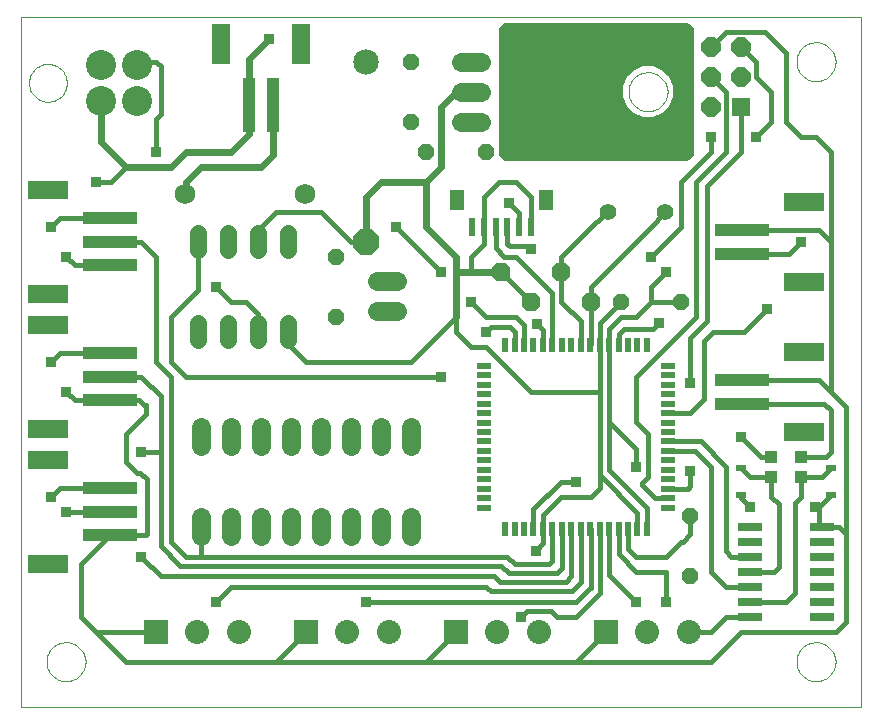
<source format=gtl>
G75*
G70*
%OFA0B0*%
%FSLAX24Y24*%
%IPPOS*%
%LPD*%
%AMOC8*
5,1,8,0,0,1.08239X$1,22.5*
%
%ADD10C,0.0000*%
%ADD11C,0.0560*%
%ADD12OC8,0.0630*%
%ADD13C,0.0680*%
%ADD14R,0.0220X0.0470*%
%ADD15R,0.0470X0.0220*%
%ADD16C,0.0560*%
%ADD17C,0.1000*%
%ADD18C,0.0640*%
%ADD19R,0.0640X0.0640*%
%ADD20OC8,0.0640*%
%ADD21C,0.0850*%
%ADD22OC8,0.0850*%
%ADD23OC8,0.0560*%
%ADD24R,0.0800X0.0800*%
%ADD25C,0.0800*%
%ADD26C,0.0622*%
%ADD27R,0.0800X0.0260*%
%ADD28R,0.0433X0.0394*%
%ADD29R,0.0327X0.0248*%
%ADD30R,0.0394X0.1811*%
%ADD31R,0.0630X0.1339*%
%ADD32R,0.1811X0.0394*%
%ADD33R,0.1339X0.0630*%
%ADD34R,0.0472X0.0709*%
%ADD35R,0.0236X0.0610*%
%ADD36C,0.0160*%
%ADD37R,0.0360X0.0360*%
%ADD38C,0.0240*%
%ADD39C,0.0120*%
D10*
X000101Y000343D02*
X000101Y023343D01*
X028101Y023343D01*
X028101Y000343D01*
X000101Y000343D01*
X000951Y001843D02*
X000953Y001893D01*
X000959Y001943D01*
X000969Y001993D01*
X000982Y002041D01*
X000999Y002089D01*
X001020Y002135D01*
X001044Y002179D01*
X001072Y002221D01*
X001103Y002261D01*
X001137Y002298D01*
X001174Y002333D01*
X001213Y002364D01*
X001254Y002393D01*
X001298Y002418D01*
X001344Y002440D01*
X001391Y002458D01*
X001439Y002472D01*
X001488Y002483D01*
X001538Y002490D01*
X001588Y002493D01*
X001639Y002492D01*
X001689Y002487D01*
X001739Y002478D01*
X001787Y002466D01*
X001835Y002449D01*
X001881Y002429D01*
X001926Y002406D01*
X001969Y002379D01*
X002009Y002349D01*
X002047Y002316D01*
X002082Y002280D01*
X002115Y002241D01*
X002144Y002200D01*
X002170Y002157D01*
X002193Y002112D01*
X002212Y002065D01*
X002227Y002017D01*
X002239Y001968D01*
X002247Y001918D01*
X002251Y001868D01*
X002251Y001818D01*
X002247Y001768D01*
X002239Y001718D01*
X002227Y001669D01*
X002212Y001621D01*
X002193Y001574D01*
X002170Y001529D01*
X002144Y001486D01*
X002115Y001445D01*
X002082Y001406D01*
X002047Y001370D01*
X002009Y001337D01*
X001969Y001307D01*
X001926Y001280D01*
X001881Y001257D01*
X001835Y001237D01*
X001787Y001220D01*
X001739Y001208D01*
X001689Y001199D01*
X001639Y001194D01*
X001588Y001193D01*
X001538Y001196D01*
X001488Y001203D01*
X001439Y001214D01*
X001391Y001228D01*
X001344Y001246D01*
X001298Y001268D01*
X001254Y001293D01*
X001213Y001322D01*
X001174Y001353D01*
X001137Y001388D01*
X001103Y001425D01*
X001072Y001465D01*
X001044Y001507D01*
X001020Y001551D01*
X000999Y001597D01*
X000982Y001645D01*
X000969Y001693D01*
X000959Y001743D01*
X000953Y001793D01*
X000951Y001843D01*
X020351Y020843D02*
X020353Y020893D01*
X020359Y020943D01*
X020369Y020993D01*
X020382Y021041D01*
X020399Y021089D01*
X020420Y021135D01*
X020444Y021179D01*
X020472Y021221D01*
X020503Y021261D01*
X020537Y021298D01*
X020574Y021333D01*
X020613Y021364D01*
X020654Y021393D01*
X020698Y021418D01*
X020744Y021440D01*
X020791Y021458D01*
X020839Y021472D01*
X020888Y021483D01*
X020938Y021490D01*
X020988Y021493D01*
X021039Y021492D01*
X021089Y021487D01*
X021139Y021478D01*
X021187Y021466D01*
X021235Y021449D01*
X021281Y021429D01*
X021326Y021406D01*
X021369Y021379D01*
X021409Y021349D01*
X021447Y021316D01*
X021482Y021280D01*
X021515Y021241D01*
X021544Y021200D01*
X021570Y021157D01*
X021593Y021112D01*
X021612Y021065D01*
X021627Y021017D01*
X021639Y020968D01*
X021647Y020918D01*
X021651Y020868D01*
X021651Y020818D01*
X021647Y020768D01*
X021639Y020718D01*
X021627Y020669D01*
X021612Y020621D01*
X021593Y020574D01*
X021570Y020529D01*
X021544Y020486D01*
X021515Y020445D01*
X021482Y020406D01*
X021447Y020370D01*
X021409Y020337D01*
X021369Y020307D01*
X021326Y020280D01*
X021281Y020257D01*
X021235Y020237D01*
X021187Y020220D01*
X021139Y020208D01*
X021089Y020199D01*
X021039Y020194D01*
X020988Y020193D01*
X020938Y020196D01*
X020888Y020203D01*
X020839Y020214D01*
X020791Y020228D01*
X020744Y020246D01*
X020698Y020268D01*
X020654Y020293D01*
X020613Y020322D01*
X020574Y020353D01*
X020537Y020388D01*
X020503Y020425D01*
X020472Y020465D01*
X020444Y020507D01*
X020420Y020551D01*
X020399Y020597D01*
X020382Y020645D01*
X020369Y020693D01*
X020359Y020743D01*
X020353Y020793D01*
X020351Y020843D01*
X025951Y021843D02*
X025953Y021893D01*
X025959Y021943D01*
X025969Y021993D01*
X025982Y022041D01*
X025999Y022089D01*
X026020Y022135D01*
X026044Y022179D01*
X026072Y022221D01*
X026103Y022261D01*
X026137Y022298D01*
X026174Y022333D01*
X026213Y022364D01*
X026254Y022393D01*
X026298Y022418D01*
X026344Y022440D01*
X026391Y022458D01*
X026439Y022472D01*
X026488Y022483D01*
X026538Y022490D01*
X026588Y022493D01*
X026639Y022492D01*
X026689Y022487D01*
X026739Y022478D01*
X026787Y022466D01*
X026835Y022449D01*
X026881Y022429D01*
X026926Y022406D01*
X026969Y022379D01*
X027009Y022349D01*
X027047Y022316D01*
X027082Y022280D01*
X027115Y022241D01*
X027144Y022200D01*
X027170Y022157D01*
X027193Y022112D01*
X027212Y022065D01*
X027227Y022017D01*
X027239Y021968D01*
X027247Y021918D01*
X027251Y021868D01*
X027251Y021818D01*
X027247Y021768D01*
X027239Y021718D01*
X027227Y021669D01*
X027212Y021621D01*
X027193Y021574D01*
X027170Y021529D01*
X027144Y021486D01*
X027115Y021445D01*
X027082Y021406D01*
X027047Y021370D01*
X027009Y021337D01*
X026969Y021307D01*
X026926Y021280D01*
X026881Y021257D01*
X026835Y021237D01*
X026787Y021220D01*
X026739Y021208D01*
X026689Y021199D01*
X026639Y021194D01*
X026588Y021193D01*
X026538Y021196D01*
X026488Y021203D01*
X026439Y021214D01*
X026391Y021228D01*
X026344Y021246D01*
X026298Y021268D01*
X026254Y021293D01*
X026213Y021322D01*
X026174Y021353D01*
X026137Y021388D01*
X026103Y021425D01*
X026072Y021465D01*
X026044Y021507D01*
X026020Y021551D01*
X025999Y021597D01*
X025982Y021645D01*
X025969Y021693D01*
X025959Y021743D01*
X025953Y021793D01*
X025951Y021843D01*
X025951Y001843D02*
X025953Y001893D01*
X025959Y001943D01*
X025969Y001993D01*
X025982Y002041D01*
X025999Y002089D01*
X026020Y002135D01*
X026044Y002179D01*
X026072Y002221D01*
X026103Y002261D01*
X026137Y002298D01*
X026174Y002333D01*
X026213Y002364D01*
X026254Y002393D01*
X026298Y002418D01*
X026344Y002440D01*
X026391Y002458D01*
X026439Y002472D01*
X026488Y002483D01*
X026538Y002490D01*
X026588Y002493D01*
X026639Y002492D01*
X026689Y002487D01*
X026739Y002478D01*
X026787Y002466D01*
X026835Y002449D01*
X026881Y002429D01*
X026926Y002406D01*
X026969Y002379D01*
X027009Y002349D01*
X027047Y002316D01*
X027082Y002280D01*
X027115Y002241D01*
X027144Y002200D01*
X027170Y002157D01*
X027193Y002112D01*
X027212Y002065D01*
X027227Y002017D01*
X027239Y001968D01*
X027247Y001918D01*
X027251Y001868D01*
X027251Y001818D01*
X027247Y001768D01*
X027239Y001718D01*
X027227Y001669D01*
X027212Y001621D01*
X027193Y001574D01*
X027170Y001529D01*
X027144Y001486D01*
X027115Y001445D01*
X027082Y001406D01*
X027047Y001370D01*
X027009Y001337D01*
X026969Y001307D01*
X026926Y001280D01*
X026881Y001257D01*
X026835Y001237D01*
X026787Y001220D01*
X026739Y001208D01*
X026689Y001199D01*
X026639Y001194D01*
X026588Y001193D01*
X026538Y001196D01*
X026488Y001203D01*
X026439Y001214D01*
X026391Y001228D01*
X026344Y001246D01*
X026298Y001268D01*
X026254Y001293D01*
X026213Y001322D01*
X026174Y001353D01*
X026137Y001388D01*
X026103Y001425D01*
X026072Y001465D01*
X026044Y001507D01*
X026020Y001551D01*
X025999Y001597D01*
X025982Y001645D01*
X025969Y001693D01*
X025959Y001743D01*
X025953Y001793D01*
X025951Y001843D01*
X000368Y021140D02*
X000370Y021190D01*
X000376Y021240D01*
X000386Y021289D01*
X000400Y021337D01*
X000417Y021384D01*
X000438Y021429D01*
X000463Y021473D01*
X000491Y021514D01*
X000523Y021553D01*
X000557Y021590D01*
X000594Y021624D01*
X000634Y021654D01*
X000676Y021681D01*
X000720Y021705D01*
X000766Y021726D01*
X000813Y021742D01*
X000861Y021755D01*
X000911Y021764D01*
X000960Y021769D01*
X001011Y021770D01*
X001061Y021767D01*
X001110Y021760D01*
X001159Y021749D01*
X001207Y021734D01*
X001253Y021716D01*
X001298Y021694D01*
X001341Y021668D01*
X001382Y021639D01*
X001421Y021607D01*
X001457Y021572D01*
X001489Y021534D01*
X001519Y021494D01*
X001546Y021451D01*
X001569Y021407D01*
X001588Y021361D01*
X001604Y021313D01*
X001616Y021264D01*
X001624Y021215D01*
X001628Y021165D01*
X001628Y021115D01*
X001624Y021065D01*
X001616Y021016D01*
X001604Y020967D01*
X001588Y020919D01*
X001569Y020873D01*
X001546Y020829D01*
X001519Y020786D01*
X001489Y020746D01*
X001457Y020708D01*
X001421Y020673D01*
X001382Y020641D01*
X001341Y020612D01*
X001298Y020586D01*
X001253Y020564D01*
X001207Y020546D01*
X001159Y020531D01*
X001110Y020520D01*
X001061Y020513D01*
X001011Y020510D01*
X000960Y020511D01*
X000911Y020516D01*
X000861Y020525D01*
X000813Y020538D01*
X000766Y020554D01*
X000720Y020575D01*
X000676Y020599D01*
X000634Y020626D01*
X000594Y020656D01*
X000557Y020690D01*
X000523Y020727D01*
X000491Y020766D01*
X000463Y020807D01*
X000438Y020851D01*
X000417Y020896D01*
X000400Y020943D01*
X000386Y020991D01*
X000376Y021040D01*
X000370Y021090D01*
X000368Y021140D01*
D11*
X019651Y016843D03*
X021551Y016843D03*
D12*
X019101Y013843D03*
X018101Y014843D03*
X017101Y013843D03*
X016101Y014843D03*
D13*
X009551Y017443D03*
X005551Y017443D03*
D14*
X016239Y012414D03*
X016554Y012414D03*
X016869Y012414D03*
X017183Y012414D03*
X017498Y012414D03*
X017813Y012414D03*
X018128Y012414D03*
X018443Y012414D03*
X018758Y012414D03*
X019073Y012414D03*
X019388Y012414D03*
X019703Y012414D03*
X020018Y012414D03*
X020333Y012414D03*
X020648Y012414D03*
X020963Y012414D03*
X020963Y006272D03*
X020648Y006272D03*
X020333Y006272D03*
X020018Y006272D03*
X019703Y006272D03*
X019388Y006272D03*
X019073Y006272D03*
X018758Y006272D03*
X018443Y006272D03*
X018128Y006272D03*
X017813Y006272D03*
X017498Y006272D03*
X017183Y006272D03*
X016869Y006272D03*
X016554Y006272D03*
X016239Y006272D03*
D15*
X015530Y006980D03*
X015530Y007295D03*
X015530Y007610D03*
X015530Y007925D03*
X015530Y008240D03*
X015530Y008555D03*
X015530Y008870D03*
X015530Y009185D03*
X015530Y009500D03*
X015530Y009815D03*
X015530Y010130D03*
X015530Y010445D03*
X015530Y010760D03*
X015530Y011075D03*
X015530Y011390D03*
X015530Y011705D03*
X021672Y011705D03*
X021672Y011390D03*
X021672Y011075D03*
X021672Y010760D03*
X021672Y010445D03*
X021672Y010130D03*
X021672Y009815D03*
X021672Y009500D03*
X021672Y009185D03*
X021672Y008870D03*
X021672Y008555D03*
X021672Y008240D03*
X021672Y007925D03*
X021672Y007610D03*
X021672Y007295D03*
X021672Y006980D03*
D16*
X009001Y012563D02*
X009001Y013123D01*
X008001Y013123D02*
X008001Y012563D01*
X007001Y012563D02*
X007001Y013123D01*
X006001Y013123D02*
X006001Y012563D01*
X006001Y015563D02*
X006001Y016123D01*
X007001Y016123D02*
X007001Y015563D01*
X008001Y015563D02*
X008001Y016123D01*
X009001Y016123D02*
X009001Y015563D01*
D17*
X003951Y020549D03*
X002770Y020549D03*
X002770Y021730D03*
X003951Y021730D03*
D18*
X011981Y014543D02*
X012621Y014543D01*
X012621Y013543D02*
X011981Y013543D01*
X014781Y019843D02*
X015421Y019843D01*
X015421Y020843D02*
X014781Y020843D01*
X014781Y021843D02*
X015421Y021843D01*
D19*
X024101Y020343D03*
D20*
X023101Y020343D03*
X023101Y021343D03*
X024101Y021343D03*
X024101Y022343D03*
X023101Y022343D03*
D21*
X011601Y021843D03*
D22*
X011601Y015843D03*
D23*
X010601Y015343D03*
X010601Y013343D03*
X013601Y018843D03*
X013101Y019843D03*
X013101Y021843D03*
X015601Y018843D03*
X020101Y013843D03*
X022101Y013843D03*
X022401Y006693D03*
X022401Y004693D03*
D24*
X019601Y002843D03*
X014601Y002843D03*
X009601Y002843D03*
X004601Y002843D03*
D25*
X005979Y002843D03*
X007357Y002843D03*
X010979Y002843D03*
X012357Y002843D03*
X015979Y002843D03*
X017357Y002843D03*
X020979Y002843D03*
X022357Y002843D03*
D26*
X013101Y006032D02*
X013101Y006654D01*
X012101Y006654D02*
X012101Y006032D01*
X011101Y006032D02*
X011101Y006654D01*
X010101Y006654D02*
X010101Y006032D01*
X009101Y006032D02*
X009101Y006654D01*
X008101Y006654D02*
X008101Y006032D01*
X007101Y006032D02*
X007101Y006654D01*
X006101Y006654D02*
X006101Y006032D01*
X006101Y009032D02*
X006101Y009654D01*
X007101Y009654D02*
X007101Y009032D01*
X008101Y009032D02*
X008101Y009654D01*
X009101Y009654D02*
X009101Y009032D01*
X010101Y009032D02*
X010101Y009654D01*
X011101Y009654D02*
X011101Y009032D01*
X012101Y009032D02*
X012101Y009654D01*
X013101Y009654D02*
X013101Y009032D01*
D27*
X024391Y006343D03*
X024391Y005843D03*
X024391Y005343D03*
X024391Y004843D03*
X024391Y004343D03*
X024391Y003843D03*
X024391Y003343D03*
X026811Y003343D03*
X026811Y003843D03*
X026811Y004343D03*
X026811Y004843D03*
X026811Y005343D03*
X026811Y005843D03*
X026811Y006343D03*
D28*
X026101Y008008D03*
X026101Y008677D03*
X025101Y008677D03*
X025101Y008008D03*
D29*
X024101Y008295D03*
X024101Y007390D03*
X027101Y007390D03*
X027101Y008295D03*
D30*
X008494Y020386D03*
X007707Y020386D03*
D31*
X006762Y022433D03*
X009439Y022433D03*
D32*
X003057Y016630D03*
X003057Y015843D03*
X003057Y015055D03*
X003057Y012130D03*
X003057Y011343D03*
X003057Y010555D03*
X003057Y007630D03*
X003057Y006843D03*
X003057Y006055D03*
X024144Y010449D03*
X024144Y011236D03*
X024144Y015449D03*
X024144Y016236D03*
D33*
X026191Y017181D03*
X026191Y014504D03*
X026191Y012181D03*
X026191Y009504D03*
X001010Y009610D03*
X001010Y008575D03*
X001010Y005110D03*
X001010Y013075D03*
X001010Y014110D03*
X001010Y017575D03*
D34*
X014620Y017219D03*
X017613Y017219D03*
D35*
X017101Y016343D03*
X016707Y016343D03*
X016313Y016343D03*
X015920Y016343D03*
X015526Y016343D03*
X015132Y016343D03*
D36*
X015526Y016343D02*
X015526Y017337D01*
X016032Y017843D01*
X016601Y017843D01*
X017101Y017343D01*
X017101Y016343D01*
X016707Y016343D02*
X016707Y016786D01*
X016351Y017143D01*
X016313Y016343D02*
X016313Y015780D01*
X016401Y015693D01*
X017001Y015693D01*
X017101Y015593D01*
X016601Y015343D02*
X016201Y015343D01*
X015920Y015624D01*
X015920Y016343D01*
X015526Y016343D02*
X015526Y015768D01*
X015101Y015343D01*
X015101Y014843D01*
X016101Y014843D02*
X017101Y013843D01*
X016601Y013343D02*
X015601Y013343D01*
X015101Y013843D01*
X014601Y013343D02*
X014601Y012843D01*
X015101Y012343D01*
X015601Y012343D01*
X017101Y010843D01*
X019388Y010843D01*
X019388Y012414D01*
X019388Y013130D01*
X020101Y013843D01*
X020101Y013343D02*
X020601Y013343D01*
X021101Y013843D01*
X021101Y014343D01*
X021601Y014843D01*
X021101Y015343D02*
X022101Y016343D01*
X022101Y017843D01*
X023101Y018843D01*
X023101Y019343D01*
X023601Y018843D02*
X023601Y020843D01*
X023101Y021343D01*
X023101Y022343D02*
X023601Y022843D01*
X024894Y022843D01*
X025601Y022136D01*
X025601Y019843D01*
X026101Y019343D01*
X026601Y019343D01*
X027101Y018843D01*
X027101Y015843D01*
X026707Y016236D01*
X024144Y016236D01*
X024144Y015449D02*
X025707Y015449D01*
X026101Y015843D01*
X027101Y015843D02*
X027101Y010843D01*
X026707Y011236D01*
X024144Y011236D01*
X024144Y010449D02*
X026876Y010449D01*
X027101Y010225D01*
X027101Y008843D01*
X026935Y008677D01*
X026101Y008677D01*
X026101Y008008D02*
X026813Y008008D01*
X027101Y008295D01*
X027101Y007390D02*
X026704Y006993D01*
X026704Y006450D01*
X026811Y006343D01*
X027351Y006343D01*
X027601Y006093D01*
X027601Y010343D01*
X027101Y010843D01*
X025101Y008677D02*
X024766Y008677D01*
X024101Y009343D01*
X024101Y008295D02*
X024388Y008008D01*
X025101Y008008D01*
X025101Y007343D01*
X025351Y007093D01*
X025351Y004993D01*
X025201Y004843D01*
X024391Y004843D01*
X024391Y005343D02*
X023781Y005343D01*
X023601Y005523D01*
X023601Y008343D01*
X022758Y009185D01*
X021672Y009185D01*
X021672Y008870D02*
X022573Y008870D01*
X023101Y008343D01*
X023101Y004843D01*
X023601Y004343D01*
X024391Y004343D01*
X024391Y003843D02*
X025601Y003843D01*
X025901Y004143D01*
X025901Y007143D01*
X026101Y007343D01*
X026101Y008008D01*
X026551Y006993D02*
X026704Y006993D01*
X027601Y006093D02*
X027601Y003163D01*
X027281Y002843D01*
X024101Y002843D01*
X023101Y001843D01*
X018601Y001843D01*
X013601Y001843D01*
X008601Y001843D01*
X003601Y001843D01*
X002601Y002843D01*
X002101Y003343D01*
X002101Y005099D01*
X003057Y006055D01*
X004263Y006055D01*
X004301Y006093D01*
X004301Y007919D01*
X004077Y008143D01*
X003951Y008143D01*
X003601Y008493D01*
X003601Y009443D01*
X004251Y010093D01*
X004251Y010343D01*
X004038Y010555D01*
X003057Y010555D01*
X001888Y010555D01*
X001601Y010843D01*
X001101Y011843D02*
X001388Y012130D01*
X003057Y012130D01*
X003057Y011343D02*
X004101Y011343D01*
X004751Y010693D01*
X004751Y008843D01*
X004101Y008843D01*
X004751Y008843D02*
X004751Y005693D01*
X005401Y005043D01*
X016101Y005043D01*
X016351Y004793D01*
X017951Y004793D01*
X018128Y004970D01*
X018128Y006272D01*
X017813Y006272D02*
X017813Y005205D01*
X017701Y005093D01*
X016551Y005093D01*
X016301Y005343D01*
X006101Y005343D01*
X006101Y006343D01*
X006101Y005343D02*
X005601Y005343D01*
X005101Y005843D01*
X005101Y011343D01*
X004601Y011843D01*
X004601Y015343D01*
X004101Y015843D01*
X003057Y015843D01*
X003057Y016630D02*
X001388Y016630D01*
X001101Y016343D01*
X001601Y015343D02*
X001888Y015055D01*
X003057Y015055D01*
X005101Y013343D02*
X005101Y011843D01*
X005601Y011343D01*
X014101Y011343D01*
X013101Y011843D02*
X014601Y013343D01*
X015601Y012843D02*
X015751Y012993D01*
X016401Y012993D01*
X016554Y012840D01*
X016554Y012414D01*
X016869Y012414D02*
X016869Y013075D01*
X016601Y013343D01*
X017301Y013093D02*
X017498Y012895D01*
X017498Y012414D01*
X017813Y012414D02*
X017813Y014130D01*
X016601Y015343D01*
X018101Y015343D02*
X018101Y014843D01*
X018101Y013843D01*
X018758Y013185D01*
X018758Y012414D01*
X019073Y012414D02*
X019101Y012441D01*
X019101Y013843D01*
X019101Y014343D01*
X021051Y016293D01*
X021551Y016843D01*
X022601Y017843D02*
X023601Y018843D01*
X024101Y018843D02*
X022951Y017693D01*
X022951Y013193D01*
X022401Y012643D01*
X022401Y011143D01*
X022851Y010593D02*
X022851Y012543D01*
X023151Y012843D01*
X024201Y012843D01*
X024951Y013593D01*
X022601Y013343D02*
X022601Y017843D01*
X024101Y018843D02*
X024101Y020343D01*
X024601Y021343D02*
X024601Y021843D01*
X024101Y022343D01*
X024601Y021343D02*
X025101Y020843D01*
X025101Y019843D01*
X024601Y019343D01*
X019651Y016843D02*
X019151Y016393D01*
X018101Y015343D01*
X020101Y013343D02*
X019703Y012945D01*
X019703Y012414D01*
X019703Y009843D01*
X020601Y008945D01*
X020601Y008343D01*
X021001Y007993D02*
X021001Y009443D01*
X020601Y009843D01*
X020601Y011343D01*
X022601Y013343D01*
X022101Y013843D02*
X021101Y013843D01*
X021351Y013143D02*
X021151Y012943D01*
X020201Y012943D01*
X020018Y012760D01*
X020018Y012414D01*
X019388Y010843D02*
X019388Y008055D01*
X019388Y007630D01*
X019101Y007343D01*
X018101Y007343D01*
X017498Y006740D01*
X017498Y006272D01*
X017498Y005790D01*
X017251Y005543D01*
X017183Y006272D02*
X017183Y006925D01*
X018101Y007843D01*
X018601Y007843D01*
X019388Y008055D02*
X020648Y006795D01*
X020648Y006272D01*
X020333Y006272D02*
X020333Y005610D01*
X020601Y005343D01*
X021601Y005343D01*
X022101Y005843D01*
X022151Y005843D01*
X022401Y006093D01*
X022401Y006693D01*
X021672Y007295D02*
X021248Y007295D01*
X020801Y007743D01*
X020801Y007793D01*
X021001Y007993D01*
X021672Y007610D02*
X022319Y007610D01*
X022401Y007693D01*
X022401Y008193D01*
X020963Y006980D02*
X019703Y008240D01*
X019703Y009843D01*
X021672Y010130D02*
X022388Y010130D01*
X022851Y010593D01*
X024101Y007390D02*
X024101Y007293D01*
X024401Y006993D01*
X021601Y004843D02*
X021601Y003843D01*
X020601Y003843D02*
X019703Y004740D01*
X019703Y006272D01*
X019388Y006272D02*
X019388Y004130D01*
X018601Y003343D01*
X017951Y003343D01*
X017751Y003543D01*
X016951Y003543D01*
X016751Y003343D01*
X015751Y004193D02*
X015601Y004343D01*
X007101Y004343D01*
X006601Y003843D01*
X004751Y004693D02*
X004101Y005343D01*
X004751Y004693D02*
X015851Y004693D01*
X016051Y004493D01*
X018251Y004493D01*
X018443Y004685D01*
X018443Y006272D01*
X018758Y006272D02*
X018758Y004500D01*
X018451Y004193D01*
X015751Y004193D01*
X014601Y002843D02*
X013601Y001843D01*
X011601Y003843D02*
X018601Y003843D01*
X019051Y004293D01*
X019101Y004293D01*
X019101Y006272D01*
X019073Y006272D01*
X020018Y006272D02*
X020018Y005425D01*
X020601Y004843D01*
X021601Y004843D01*
X020963Y006272D02*
X020963Y006980D01*
X023601Y003343D02*
X023101Y002843D01*
X022357Y002843D01*
X023601Y003343D02*
X024391Y003343D01*
X019601Y002843D02*
X018601Y001843D01*
X009601Y002843D02*
X008601Y001843D01*
X004601Y002843D02*
X002601Y002843D01*
X003057Y006843D02*
X001601Y006843D01*
X001101Y007343D02*
X001388Y007630D01*
X003057Y007630D01*
X004251Y010343D02*
X004251Y010393D01*
X005101Y013343D02*
X006001Y014243D01*
X006001Y015843D01*
X006601Y014343D02*
X007101Y013843D01*
X007601Y013843D01*
X008001Y013443D01*
X008001Y012843D01*
X009001Y012843D02*
X009001Y012443D01*
X009601Y011843D01*
X013101Y011843D01*
X014101Y014843D02*
X012601Y016343D01*
X011601Y015843D02*
X011101Y015843D01*
X010101Y016843D01*
X008601Y016843D01*
X008101Y016343D01*
X008101Y015943D01*
X008001Y015843D01*
X004601Y018843D02*
X004601Y019943D01*
X004751Y020093D01*
X004751Y021693D01*
X004601Y021843D01*
X004063Y021843D01*
X003951Y021730D01*
X003601Y018343D02*
X003101Y017843D01*
X002601Y017843D01*
D37*
X002601Y017843D03*
X001101Y016343D03*
X001601Y015343D03*
X001101Y011843D03*
X001601Y010843D03*
X004101Y008843D03*
X001601Y006843D03*
X001101Y007343D03*
X004101Y005343D03*
X006601Y003843D03*
X011601Y003843D03*
X016751Y003343D03*
X017251Y005543D03*
X018601Y007843D03*
X020601Y008343D03*
X022401Y008193D03*
X024101Y009343D03*
X022401Y011143D03*
X021351Y013143D03*
X021601Y014843D03*
X021101Y015343D03*
X024951Y013593D03*
X026101Y015843D03*
X024601Y019343D03*
X023101Y019343D03*
X017101Y015593D03*
X016351Y017143D03*
X014101Y014843D03*
X015101Y013843D03*
X015601Y012843D03*
X017301Y013093D03*
X014101Y011343D03*
X012601Y016343D03*
X006601Y014343D03*
X004601Y018843D03*
X008351Y022593D03*
X024401Y006993D03*
X026551Y006993D03*
X021601Y003843D03*
X020601Y003843D03*
D38*
X014601Y013343D02*
X014601Y014843D01*
X014601Y015343D01*
X013601Y016343D01*
X013601Y017843D01*
X014101Y018343D01*
X014101Y020343D01*
X014601Y020843D01*
X015101Y020843D01*
X013601Y017843D02*
X012101Y017843D01*
X011601Y017343D01*
X011601Y015843D01*
X014601Y014843D02*
X015101Y014843D01*
X016101Y014843D01*
X008494Y018736D02*
X008101Y018343D01*
X006101Y018343D01*
X005601Y017843D01*
X005601Y017393D01*
X005101Y018343D02*
X003601Y018343D01*
X002770Y019174D01*
X002770Y020549D01*
X005101Y018343D02*
X005601Y018843D01*
X007101Y018843D01*
X007707Y019449D01*
X007707Y020386D01*
X007707Y021949D01*
X008351Y022593D01*
X008494Y020386D02*
X008494Y018736D01*
D39*
X016101Y018743D02*
X016101Y022943D01*
X016241Y023083D01*
X022311Y023083D01*
X022451Y022943D01*
X022451Y018743D01*
X022301Y018593D01*
X016251Y018593D01*
X016101Y018743D01*
X016127Y018717D02*
X022425Y018717D01*
X022451Y018835D02*
X016101Y018835D01*
X016101Y018954D02*
X022451Y018954D01*
X022451Y019073D02*
X016101Y019073D01*
X016101Y019191D02*
X022451Y019191D01*
X022451Y019310D02*
X016101Y019310D01*
X016101Y019428D02*
X022451Y019428D01*
X022451Y019547D02*
X016101Y019547D01*
X016101Y019665D02*
X022451Y019665D01*
X022451Y019784D02*
X016101Y019784D01*
X016101Y019902D02*
X022451Y019902D01*
X022451Y020021D02*
X021395Y020021D01*
X021516Y020071D02*
X021772Y020327D01*
X021911Y020662D01*
X021911Y021024D01*
X021772Y021358D01*
X021516Y021614D01*
X021182Y021753D01*
X020820Y021753D01*
X020485Y021614D01*
X020229Y021358D01*
X020091Y021024D01*
X020091Y020662D01*
X020229Y020327D01*
X020485Y020071D01*
X020820Y019933D01*
X021182Y019933D01*
X021516Y020071D01*
X021584Y020139D02*
X022451Y020139D01*
X022451Y020258D02*
X021703Y020258D01*
X021793Y020376D02*
X022451Y020376D01*
X022451Y020495D02*
X021842Y020495D01*
X021891Y020614D02*
X022451Y020614D01*
X022451Y020732D02*
X021911Y020732D01*
X021911Y020851D02*
X022451Y020851D01*
X022451Y020969D02*
X021911Y020969D01*
X021884Y021088D02*
X022451Y021088D01*
X022451Y021206D02*
X021835Y021206D01*
X021786Y021325D02*
X022451Y021325D01*
X022451Y021443D02*
X021687Y021443D01*
X021568Y021562D02*
X022451Y021562D01*
X022451Y021680D02*
X021356Y021680D01*
X020646Y021680D02*
X016101Y021680D01*
X016101Y021562D02*
X020433Y021562D01*
X020315Y021443D02*
X016101Y021443D01*
X016101Y021325D02*
X020216Y021325D01*
X020166Y021206D02*
X016101Y021206D01*
X016101Y021088D02*
X020117Y021088D01*
X020091Y020969D02*
X016101Y020969D01*
X016101Y020851D02*
X020091Y020851D01*
X020091Y020732D02*
X016101Y020732D01*
X016101Y020614D02*
X020111Y020614D01*
X020160Y020495D02*
X016101Y020495D01*
X016101Y020376D02*
X020209Y020376D01*
X020299Y020258D02*
X016101Y020258D01*
X016101Y020139D02*
X020417Y020139D01*
X020607Y020021D02*
X016101Y020021D01*
X016245Y018598D02*
X022306Y018598D01*
X022451Y021799D02*
X016101Y021799D01*
X016101Y021918D02*
X022451Y021918D01*
X022451Y022036D02*
X016101Y022036D01*
X016101Y022155D02*
X022451Y022155D01*
X022451Y022273D02*
X016101Y022273D01*
X016101Y022392D02*
X022451Y022392D01*
X022451Y022510D02*
X016101Y022510D01*
X016101Y022629D02*
X022451Y022629D01*
X022451Y022747D02*
X016101Y022747D01*
X016101Y022866D02*
X022451Y022866D01*
X022409Y022984D02*
X016143Y022984D01*
M02*

</source>
